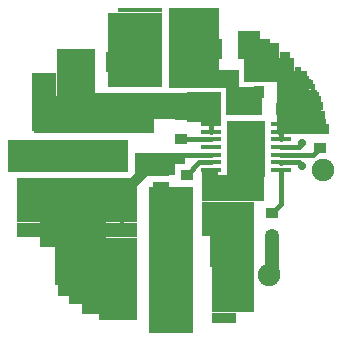
<source format=gtl>
%FSAX24Y24*%
%MOIN*%
G70*
G01*
G75*
G04 Layer_Physical_Order=1*
G04 Layer_Color=255*
%ADD10R,0.0354X0.0402*%
%ADD11R,0.0701X0.0165*%
%ADD12O,0.0701X0.0165*%
%ADD13R,0.1063X0.0669*%
%ADD14R,0.0402X0.0354*%
%ADD15R,0.0551X0.1102*%
%ADD16R,0.0551X0.0433*%
%ADD17R,0.2205X0.1181*%
%ADD18C,0.0150*%
%ADD19C,0.0500*%
%ADD20C,0.0450*%
%ADD21C,0.0350*%
%ADD22C,0.0100*%
%ADD23C,0.0250*%
%ADD24R,0.0800X0.0360*%
%ADD25R,0.0430X0.0410*%
%ADD26R,0.0600X0.0330*%
%ADD27R,0.1690X0.0060*%
%ADD28R,0.1490X0.0160*%
%ADD29R,0.0050X0.0230*%
%ADD30R,0.0090X0.0320*%
%ADD31R,0.0070X0.0240*%
%ADD32R,0.0060X0.0330*%
%ADD33R,0.0050X0.0350*%
%ADD34R,0.0100X0.0450*%
%ADD35R,0.0100X0.0300*%
%ADD36R,0.0150X0.0450*%
%ADD37R,0.1250X0.0550*%
%ADD38R,0.2250X0.0650*%
%ADD39R,0.1450X0.1700*%
%ADD40R,0.1750X0.1150*%
%ADD41R,0.1690X0.0370*%
%ADD42R,0.0580X0.0310*%
%ADD43R,0.0450X0.0290*%
%ADD44R,0.0320X0.0160*%
%ADD45R,0.1330X0.0770*%
%ADD46R,0.0720X0.0590*%
%ADD47R,0.0750X0.0510*%
%ADD48R,0.0240X0.0210*%
%ADD49R,0.0350X0.0300*%
%ADD50R,0.0420X0.0980*%
%ADD51R,0.1400X0.3700*%
%ADD52R,0.1000X0.0850*%
%ADD53R,0.1600X0.0550*%
%ADD54R,0.1350X0.1100*%
%ADD55R,0.2100X0.0900*%
%ADD56R,0.1250X0.1850*%
%ADD57R,0.1700X0.0800*%
%ADD58R,0.1050X0.1550*%
%ADD59R,0.1700X0.1250*%
%ADD60R,0.1450X0.0550*%
%ADD61R,0.1450X0.2650*%
%ADD62R,0.4000X0.0500*%
%ADD63R,0.4000X0.1498*%
%ADD64R,0.4000X0.1050*%
%ADD65R,0.1200X0.0950*%
%ADD66R,0.0350X0.2500*%
%ADD67R,0.1710X0.2600*%
%ADD68R,0.1150X0.1000*%
%ADD69R,0.1300X0.2600*%
%ADD70R,0.0800X0.1700*%
%ADD71R,0.4000X0.1200*%
%ADD72R,0.3250X0.0900*%
%ADD73R,0.1300X0.0150*%
%ADD74R,0.0400X0.0250*%
%ADD75R,0.1500X0.2500*%
%ADD76C,0.0750*%
%ADD77C,0.0290*%
D10*
X030094Y038850D02*
D03*
X029306D02*
D03*
X030044Y038300D02*
D03*
X029256D02*
D03*
D11*
X027700Y037800D02*
D03*
D12*
Y037544D02*
D03*
Y037288D02*
D03*
Y037032D02*
D03*
Y036776D02*
D03*
Y036520D02*
D03*
Y036265D02*
D03*
X030039Y037800D02*
D03*
Y037544D02*
D03*
Y037288D02*
D03*
Y037032D02*
D03*
Y036776D02*
D03*
Y036520D02*
D03*
Y036265D02*
D03*
D13*
X027550Y040300D02*
D03*
X029150D02*
D03*
X024750Y039850D02*
D03*
X023150D02*
D03*
D14*
X026700Y038094D02*
D03*
Y037306D02*
D03*
X029750Y034844D02*
D03*
Y034056D02*
D03*
X026900Y036094D02*
D03*
Y035306D02*
D03*
X031350Y037794D02*
D03*
Y037006D02*
D03*
D15*
X026550Y033550D02*
D03*
X027950D02*
D03*
D16*
X026050Y036245D02*
D03*
Y035655D02*
D03*
D17*
X023100Y038150D02*
D03*
Y034250D02*
D03*
D18*
X031120Y036776D02*
X031350Y037006D01*
X030039Y036776D02*
X031120D01*
X030630Y036520D02*
X030750Y036400D01*
X030039Y036520D02*
X030630D01*
X030632Y037032D02*
X030750Y037150D01*
X030039Y037032D02*
X030632D01*
X030039Y036520D02*
X030057Y036502D01*
X029750Y034844D02*
X030039Y035132D01*
Y036265D01*
X027700Y035950D02*
Y036265D01*
Y037544D02*
Y037800D01*
X026718Y037288D02*
X027700D01*
X026581Y036776D02*
X027700D01*
X026050Y036245D02*
X026581Y036776D01*
X027327Y036520D02*
X027700D01*
X026900Y036094D02*
X027327Y036520D01*
X030039Y037288D02*
Y037544D01*
X029200Y040250D02*
X030044Y039406D01*
D19*
X029650Y032750D02*
X029750Y032850D01*
X026250Y031950D02*
Y033250D01*
X026550Y033550D01*
X023500Y033850D02*
X024400Y032350D01*
X023100Y034250D02*
X023500Y033850D01*
D20*
X029750Y032850D02*
Y034056D01*
D21*
X026050Y034050D02*
X026550Y033550D01*
X026050Y034050D02*
Y035655D01*
X025000Y035750D02*
X025495Y036245D01*
X026050D01*
Y035655D02*
X026398Y035306D01*
X026900D01*
D22*
X023100Y034250D02*
X024450D01*
X025000Y034800D01*
Y035750D01*
X027406Y038094D02*
X027700Y037800D01*
X026700Y038094D02*
X027406D01*
X023156D02*
X026700D01*
X023100Y038150D02*
X023156Y038094D01*
X023100Y038150D02*
Y039700D01*
D23*
X030039Y037544D02*
Y037800D01*
Y038695D01*
X030044Y038700D02*
Y039406D01*
D24*
X028150Y031320D02*
D03*
D25*
X022825Y032245D02*
D03*
D26*
X023710Y031635D02*
D03*
D27*
X027135Y041630D02*
D03*
D28*
X025355Y041580D02*
D03*
D29*
X031355Y038625D02*
D03*
D30*
X031285Y038680D02*
D03*
D31*
X031135Y039030D02*
D03*
D32*
X031080Y039085D02*
D03*
D33*
X031025Y039125D02*
D03*
D34*
X030950Y039175D02*
D03*
D35*
X031400Y038400D02*
D03*
D36*
X031325Y038375D02*
D03*
D37*
X024625Y031525D02*
D03*
D38*
X024125Y032125D02*
D03*
D39*
X026375Y031650D02*
D03*
D40*
X028275Y034625D02*
D03*
D41*
X030805Y037635D02*
D03*
D42*
X027690Y036095D02*
D03*
D43*
X026615Y036595D02*
D03*
D44*
X026470Y036770D02*
D03*
D45*
X025835Y036465D02*
D03*
D46*
X028290Y039295D02*
D03*
D47*
X028985Y040675D02*
D03*
D48*
X030600Y039605D02*
D03*
D49*
X030175Y040050D02*
D03*
D50*
X029790Y040020D02*
D03*
D51*
X028450Y033350D02*
D03*
D52*
X030400Y039125D02*
D03*
D53*
X030700Y037975D02*
D03*
D54*
X030575Y038400D02*
D03*
D55*
X028450Y035650D02*
D03*
D56*
X028875Y036975D02*
D03*
D57*
X029650Y039600D02*
D03*
D58*
X024725Y033225D02*
D03*
D59*
X023350Y033075D02*
D03*
D60*
X026375Y032775D02*
D03*
D61*
Y034375D02*
D03*
D62*
X023250Y034250D02*
D03*
D63*
Y035249D02*
D03*
D64*
X022950Y036725D02*
D03*
D65*
X028800Y038575D02*
D03*
D66*
X025925Y040250D02*
D03*
D67*
X027145Y040300D02*
D03*
D68*
X027475Y038350D02*
D03*
D69*
X023200Y038850D02*
D03*
D70*
X022150Y038400D02*
D03*
D71*
X023800Y038100D02*
D03*
D72*
X025375Y038400D02*
D03*
D73*
X023200Y040225D02*
D03*
D74*
X021950Y039375D02*
D03*
X022350D02*
D03*
D75*
X025000Y040250D02*
D03*
D76*
X031450Y036250D02*
D03*
X028450Y032000D02*
D03*
X029650Y032750D02*
D03*
X030750Y038330D02*
D03*
X026250Y031950D02*
D03*
X024400Y032350D02*
D03*
D77*
X030750Y036400D02*
D03*
X028800Y033450D02*
D03*
X028350Y034950D02*
D03*
X027600D02*
D03*
X028850Y037600D02*
D03*
Y036850D02*
D03*
X026730Y039410D02*
D03*
X027550Y039300D02*
D03*
X024680Y041100D02*
D03*
X024550Y036800D02*
D03*
X023750D02*
D03*
X023000D02*
D03*
X022200D02*
D03*
X028650Y038560D02*
D03*
X030750Y037150D02*
D03*
X028350Y035750D02*
D03*
X029100D02*
D03*
X027600D02*
D03*
X021400Y036800D02*
D03*
X027650Y041250D02*
D03*
X026630Y040330D02*
D03*
X026850Y041250D02*
D03*
X025600Y039500D02*
D03*
X025650Y040300D02*
D03*
X025590Y041100D02*
D03*
M02*

</source>
